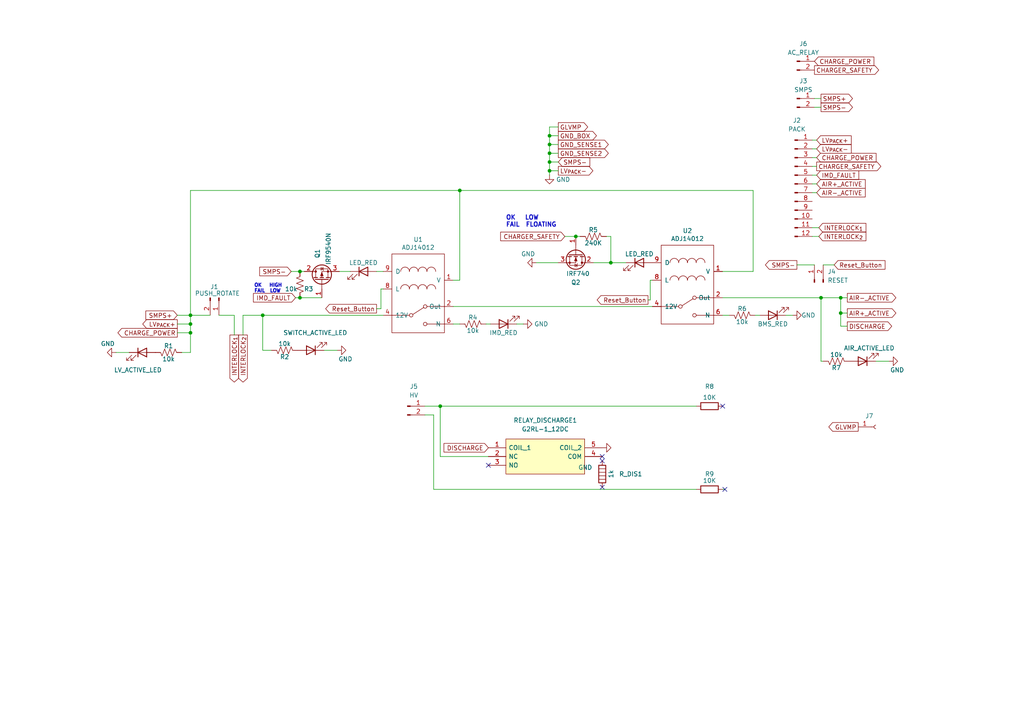
<source format=kicad_sch>
(kicad_sch (version 20211123) (generator eeschema)
  (paper "A4")
  (lib_symbols
    (symbol "11:Conn_01x01_Female" (pin_names (offset 1.016) hide)
      (property "Reference" "J" (at 0 2.54 0))
      (symbol "Conn_01x01_Female_1_1"
        (polyline (pts (xy -1.27 0) (xy -0.508 0)) (stroke (width 0.1524)))
        (arc (start 0 0.508) (mid -0.508 0) (end 0 -0.508) (stroke (width 0.1524)))
        (pin input line (at 0 0 180) (length 3.81) hide (name "") (number ""))
        (pin bidirectional line (at -5.08 0 0) (length 3.81) (name "Pin_1") (number "1"))
      )
    )
    (symbol "A-FA_PARTS:Conn_01x02_Male" (pin_names (offset 1.016) hide)
      (property "Reference" "J" (at 0 2.54 0))
      (property "Value" "Conn_01x02_Male" (at 0 -5.08 0))
      (symbol "Conn_01x02_Male_1_1"
        (polyline (pts (xy 1.27 -2.54) (xy 0.8636 -2.54)) (stroke (width 0.1524)))
        (polyline (pts (xy 1.27 0) (xy 0.8636 0)) (stroke (width 0.1524)))
        (rectangle (start 0.8636 -2.413) (end 0 -2.667) (stroke (width 0.1524)) (fill (type outline)))
        (rectangle (start 0.8636 0.127) (end 0 -0.127) (stroke (width 0.1524)) (fill (type outline)))
        (pin input line (at 0 -2.54 0) (length 3.81) hide (name "") (number ""))
        (pin input line (at 0 0 0) (length 3.81) hide (name "") (number ""))
        (pin passive line (at 5.08 0 180) (length 3.81) (name "Pin_1") (number "1"))
        (pin passive line (at 5.08 -2.54 180) (length 3.81) (name "Pin_2") (number "2"))
      )
    )
    (symbol "Connector:Conn_01x12_Male" (pin_names (offset 1.016) hide)
      (property "Reference" "J" (at 0 15.24 0))
      (property "Value" "Conn_01x12_Male" (at 0 -17.78 0))
      (symbol "Conn_01x12_Male_1_1"
        (polyline (pts (xy 1.27 -15.24) (xy 0.8636 -15.24)) (stroke (width 0.1524)))
        (polyline (pts (xy 1.27 -12.7) (xy 0.8636 -12.7)) (stroke (width 0.1524)))
        (polyline (pts (xy 1.27 -10.16) (xy 0.8636 -10.16)) (stroke (width 0.1524)))
        (polyline (pts (xy 1.27 -7.62) (xy 0.8636 -7.62)) (stroke (width 0.1524)))
        (polyline (pts (xy 1.27 -5.08) (xy 0.8636 -5.08)) (stroke (width 0.1524)))
        (polyline (pts (xy 1.27 -2.54) (xy 0.8636 -2.54)) (stroke (width 0.1524)))
        (polyline (pts (xy 1.27 0) (xy 0.8636 0)) (stroke (width 0.1524)))
        (polyline (pts (xy 1.27 2.54) (xy 0.8636 2.54)) (stroke (width 0.1524)))
        (polyline (pts (xy 1.27 5.08) (xy 0.8636 5.08)) (stroke (width 0.1524)))
        (polyline (pts (xy 1.27 7.62) (xy 0.8636 7.62)) (stroke (width 0.1524)))
        (polyline (pts (xy 1.27 10.16) (xy 0.8636 10.16)) (stroke (width 0.1524)))
        (polyline (pts (xy 1.27 12.7) (xy 0.8636 12.7)) (stroke (width 0.1524)))
        (rectangle (start 0.8636 -15.113) (end 0 -15.367) (stroke (width 0.1524)) (fill (type outline)))
        (rectangle (start 0.8636 -12.573) (end 0 -12.827) (stroke (width 0.1524)) (fill (type outline)))
        (rectangle (start 0.8636 -10.033) (end 0 -10.287) (stroke (width 0.1524)) (fill (type outline)))
        (rectangle (start 0.8636 -7.493) (end 0 -7.747) (stroke (width 0.1524)) (fill (type outline)))
        (rectangle (start 0.8636 -4.953) (end 0 -5.207) (stroke (width 0.1524)) (fill (type outline)))
        (rectangle (start 0.8636 -2.413) (end 0 -2.667) (stroke (width 0.1524)) (fill (type outline)))
        (rectangle (start 0.8636 0.127) (end 0 -0.127) (stroke (width 0.1524)) (fill (type outline)))
        (rectangle (start 0.8636 2.667) (end 0 2.413) (stroke (width 0.1524)) (fill (type outline)))
        (rectangle (start 0.8636 5.207) (end 0 4.953) (stroke (width 0.1524)) (fill (type outline)))
        (rectangle (start 0.8636 7.747) (end 0 7.493) (stroke (width 0.1524)) (fill (type outline)))
        (rectangle (start 0.8636 10.287) (end 0 10.033) (stroke (width 0.1524)) (fill (type outline)))
        (rectangle (start 0.8636 12.827) (end 0 12.573) (stroke (width 0.1524)) (fill (type outline)))
        (pin passive line (at 5.08 12.7 180) (length 3.81) (name "Pin_1") (number "1"))
        (pin passive line (at 5.08 -10.16 180) (length 3.81) (name "Pin_10") (number "10"))
        (pin passive line (at 5.08 -12.7 180) (length 3.81) (name "Pin_11") (number "11"))
        (pin passive line (at 5.08 -15.24 180) (length 3.81) (name "Pin_12") (number "12"))
        (pin passive line (at 5.08 10.16 180) (length 3.81) (name "Pin_2") (number "2"))
        (pin passive line (at 5.08 7.62 180) (length 3.81) (name "Pin_3") (number "3"))
        (pin passive line (at 5.08 5.08 180) (length 3.81) (name "Pin_4") (number "4"))
        (pin passive line (at 5.08 2.54 180) (length 3.81) (name "Pin_5") (number "5"))
        (pin passive line (at 5.08 0 180) (length 3.81) (name "Pin_6") (number "6"))
        (pin passive line (at 5.08 -2.54 180) (length 3.81) (name "Pin_7") (number "7"))
        (pin passive line (at 5.08 -5.08 180) (length 3.81) (name "Pin_8") (number "8"))
        (pin passive line (at 5.08 -7.62 180) (length 3.81) (name "Pin_9") (number "9"))
      )
    )
    (symbol "Device:Heater" (pin_numbers hide) (pin_names (offset 0))
      (property "Reference" "R" (at 2.032 0 90))
      (property "Value" "Heater" (at -2.032 0 90))
      (symbol "Heater_0_1"
        (rectangle (start -1.016 -2.54) (end 1.016 2.54) (stroke (width 0.254)))
        (polyline (pts (xy -1.016 1.524) (xy 1.016 1.524)))
        (polyline (pts (xy 1.016 -1.524) (xy -1.016 -1.524)))
        (polyline (pts (xy 1.016 -0.508) (xy -1.016 -0.508)))
        (polyline (pts (xy 1.016 0.508) (xy -1.016 0.508)))
      )
      (symbol "Heater_1_1"
        (pin passive line (at 0 3.81 270) (length 1.27) (name "~") (number "1"))
        (pin passive line (at 0 -3.81 90) (length 1.27) (name "~") (number "2"))
      )
    )
    (symbol "Device:LED" (pin_numbers hide) (pin_names (offset 1.016) hide)
      (property "Reference" "D" (at 0 2.54 0))
      (property "Value" "LED" (at 0 -2.54 0))
      (symbol "LED_0_1"
        (polyline (pts (xy -1.27 -1.27) (xy -1.27 1.27)) (stroke (width 0.254)))
        (polyline (pts (xy -1.27 0) (xy 1.27 0)))
        (polyline (pts (xy 1.27 -1.27) (xy 1.27 1.27) (xy -1.27 0) (xy 1.27 -1.27)) (stroke (width 0.254)))
        (polyline (pts (xy -3.048 -0.762) (xy -4.572 -2.286) (xy -3.81 -2.286) (xy -4.572 -2.286) (xy -4.572 -1.524)))
        (polyline (pts (xy -1.778 -0.762) (xy -3.302 -2.286) (xy -2.54 -2.286) (xy -3.302 -2.286) (xy -3.302 -1.524)))
      )
      (symbol "LED_1_1"
        (pin passive line (at -3.81 0 0) (length 2.54) (name "K") (number "1"))
        (pin passive line (at 3.81 0 180) (length 2.54) (name "A") (number "2"))
      )
    )
    (symbol "Device:R" (pin_numbers hide) (pin_names (offset 0))
      (property "Reference" "R" (at 2.032 0 90))
      (property "Value" "R" (at 0 0 90))
      (symbol "R_0_1"
        (rectangle (start -1.016 -2.54) (end 1.016 2.54) (stroke (width 0.254)))
      )
      (symbol "R_1_1"
        (pin passive line (at 0 3.81 270) (length 1.27) (name "~") (number "1"))
        (pin passive line (at 0 -3.81 90) (length 1.27) (name "~") (number "2"))
      )
    )
    (symbol "Device:R_US" (pin_numbers hide) (pin_names (offset 0))
      (property "Reference" "R" (at 2.54 0 90))
      (property "Value" "R_US" (at -2.54 0 90))
      (symbol "R_US_0_1"
        (polyline (pts (xy 0 -2.286) (xy 0 -2.54)))
        (polyline (pts (xy 0 2.286) (xy 0 2.54)))
        (polyline (pts (xy 0 -0.762) (xy 1.016 -1.143) (xy 0 -1.524) (xy -1.016 -1.905) (xy 0 -2.286)))
        (polyline (pts (xy 0 0.762) (xy 1.016 0.381) (xy 0 0) (xy -1.016 -0.381) (xy 0 -0.762)))
        (polyline (pts (xy 0 2.286) (xy 1.016 1.905) (xy 0 1.524) (xy -1.016 1.143) (xy 0 0.762)))
      )
      (symbol "R_US_1_1"
        (pin passive line (at 0 3.81 270) (length 1.27) (name "~") (number "1"))
        (pin passive line (at 0 -3.81 90) (length 1.27) (name "~") (number "2"))
      )
    )
    (symbol "G2RL-1_12DC:G2RL-1_12DC" (pin_names (offset 0.762))
      (property "Reference" "K" (at 29.21 7.62 0))
      (property "Value" "G2RL-1_12DC" (at 29.21 5.08 0))
      (symbol "G2RL-1_12DC_0_0"
        (pin passive line (at 0 0 0) (length 5.08) (name "COIL_1") (number "1"))
        (pin passive line (at 0 -2.54 0) (length 5.08) (name "NC") (number "2"))
        (pin passive line (at 0 -5.08 0) (length 5.08) (name "NO") (number "3"))
        (pin passive line (at 33.02 -2.54 180) (length 5.08) (name "COM") (number "4"))
        (pin passive line (at 33.02 0 180) (length 5.08) (name "COIL_2") (number "5"))
      )
      (symbol "G2RL-1_12DC_0_1"
        (polyline (pts (xy 5.08 2.54) (xy 27.94 2.54) (xy 27.94 -7.62) (xy 5.08 -7.62) (xy 5.08 2.54)) (stroke (width 0.1524)) (fill (type background)))
      )
    )
    (symbol "NewThing:ADJ14024" (pin_names (offset 1.016))
      (property "Reference" "U" (at -5.08 27.94 0))
      (property "Value" "NewThing_ADJ14024" (at 0 0 0))
      (symbol "ADJ14024_0_1"
        (rectangle (start -7.62 25.4) (end 7.62 2.54))
        (arc (start -2.54 20.32) (mid -3.81 21.59) (end -5.08 20.32))
        (polyline (pts (xy -7.62 7.62) (xy -7.62 7.62)))
        (polyline (pts (xy -2.54 7.62) (xy -7.62 7.62)))
        (polyline (pts (xy 2.54 5.08) (xy 7.62 5.08)))
        (polyline (pts (xy 2.54 10.16) (xy 7.62 10.16)))
        (arc (start 0 20.32) (mid -1.27 21.59) (end -2.54 20.32))
        (arc (start 2.54 20.32) (mid 1.27 21.59) (end 0 20.32))
        (arc (start 5.08 20.32) (mid 3.81 21.59) (end 2.54 20.32))
      )
      (symbol "ADJ14024_1_1"
        (arc (start -2.54 15.24) (mid -3.81 16.51) (end -5.08 15.24))
        (circle (center -2.032 7.62) (radius 0.508))
        (polyline (pts (xy -1.524 7.874) (xy 1.651 9.906)))
        (arc (start 0 15.24) (mid -1.27 16.51) (end -2.54 15.24))
        (circle (center 2.032 5.08) (radius 0.508))
        (circle (center 2.032 10.16) (radius 0.508))
        (arc (start 2.54 15.24) (mid 1.27 16.51) (end 0 15.24))
        (arc (start 5.08 15.24) (mid 3.81 16.51) (end 2.54 15.24))
        (pin input line (at 10.16 17.78 180) (length 2.54) (name "V") (number "1"))
        (pin input line (at 10.16 10.16 180) (length 2.54) (name "Out") (number "2"))
        (pin input line (at -10.16 7.62 0) (length 2.54) (name "12V") (number "4"))
        (pin input line (at 10.16 5.08 180) (length 2.54) (name "N") (number "6"))
        (pin input line (at -10.16 15.24 0) (length 2.54) (name "L") (number "8"))
        (pin input line (at -10.16 20.32 0) (length 2.54) (name "D") (number "9"))
      )
    )
    (symbol "Transistor_FET:IRF740" (pin_names hide)
      (property "Reference" "Q" (at 6.35 1.905 0))
      (property "Value" "IRF740" (at 6.35 0 0))
      (symbol "IRF740_0_1"
        (polyline (pts (xy 0.254 0) (xy -2.54 0)))
        (polyline (pts (xy 0.254 1.905) (xy 0.254 -1.905)) (stroke (width 0.254)))
        (polyline (pts (xy 0.762 -1.27) (xy 0.762 -2.286)) (stroke (width 0.254)))
        (polyline (pts (xy 0.762 0.508) (xy 0.762 -0.508)) (stroke (width 0.254)))
        (polyline (pts (xy 0.762 2.286) (xy 0.762 1.27)) (stroke (width 0.254)))
        (polyline (pts (xy 2.54 2.54) (xy 2.54 1.778)))
        (polyline (pts (xy 2.54 -2.54) (xy 2.54 0) (xy 0.762 0)))
        (polyline (pts (xy 0.762 -1.778) (xy 3.302 -1.778) (xy 3.302 1.778) (xy 0.762 1.778)))
        (polyline (pts (xy 1.016 0) (xy 2.032 0.381) (xy 2.032 -0.381) (xy 1.016 0)) (fill (type outline)))
        (polyline (pts (xy 2.794 0.508) (xy 2.921 0.381) (xy 3.683 0.381) (xy 3.81 0.254)))
        (polyline (pts (xy 3.302 0.381) (xy 2.921 -0.254) (xy 3.683 -0.254) (xy 3.302 0.381)))
        (circle (center 1.651 0) (radius 2.794) (stroke (width 0.254)))
        (circle (center 2.54 -1.778) (radius 0.254) (fill (type outline)))
        (circle (center 2.54 1.778) (radius 0.254) (fill (type outline)))
      )
      (symbol "IRF740_1_1"
        (pin input line (at -5.08 0 0) (length 2.54) (name "G") (number "1"))
        (pin passive line (at 2.54 5.08 270) (length 2.54) (name "D") (number "2"))
        (pin passive line (at 2.54 -5.08 90) (length 2.54) (name "S") (number "3"))
      )
    )
    (symbol "Transistor_FET:IRF9540N" (pin_names hide)
      (property "Reference" "Q" (at 5.08 1.905 0))
      (property "Value" "IRF9540N" (at 5.08 0 0))
      (symbol "IRF9540N_0_1"
        (polyline (pts (xy 0.254 0) (xy -2.54 0)))
        (polyline (pts (xy 0.254 1.905) (xy 0.254 -1.905)) (stroke (width 0.254)))
        (polyline (pts (xy 0.762 -1.27) (xy 0.762 -2.286)) (stroke (width 0.254)))
        (polyline (pts (xy 0.762 0.508) (xy 0.762 -0.508)) (stroke (width 0.254)))
        (polyline (pts (xy 0.762 2.286) (xy 0.762 1.27)) (stroke (width 0.254)))
        (polyline (pts (xy 2.54 2.54) (xy 2.54 1.778)))
        (polyline (pts (xy 2.54 -2.54) (xy 2.54 0) (xy 0.762 0)))
        (polyline (pts (xy 0.762 1.778) (xy 3.302 1.778) (xy 3.302 -1.778) (xy 0.762 -1.778)))
        (polyline (pts (xy 2.286 0) (xy 1.27 0.381) (xy 1.27 -0.381) (xy 2.286 0)) (fill (type outline)))
        (polyline (pts (xy 2.794 -0.508) (xy 2.921 -0.381) (xy 3.683 -0.381) (xy 3.81 -0.254)))
        (polyline (pts (xy 3.302 -0.381) (xy 2.921 0.254) (xy 3.683 0.254) (xy 3.302 -0.381)))
        (circle (center 1.651 0) (radius 2.794) (stroke (width 0.254)))
        (circle (center 2.54 -1.778) (radius 0.254) (fill (type outline)))
        (circle (center 2.54 1.778) (radius 0.254) (fill (type outline)))
      )
      (symbol "IRF9540N_1_1"
        (pin input line (at -5.08 0 0) (length 2.54) (name "G") (number "1"))
        (pin passive line (at 2.54 5.08 270) (length 2.54) (name "D") (number "2"))
        (pin passive line (at 2.54 -5.08 90) (length 2.54) (name "S") (number "3"))
      )
    )
    (symbol "power:GND" (power) (pin_names (offset 0))
      (property "Value" "GND" (at 0 -3.81 0))
      (symbol "GND_0_1"
        (polyline (pts (xy 0 0) (xy 0 -1.27) (xy 1.27 -1.27) (xy 0 -2.54) (xy -1.27 -1.27) (xy 0 -1.27)))
      )
      (symbol "GND_1_1"
        (pin power_in line (at 0 0 270) (length 0) hide (name "GND") (number "1"))
      )
    )
  )
  (junction (at 55.245 93.98))
  (junction (at 159.385 49.53))
  (junction (at 159.385 39.37))
  (junction (at 177.165 76.2))
  (junction (at 159.385 44.45))
  (junction (at 243.84 86.36))
  (junction (at 159.385 41.91))
  (junction (at 55.245 91.44))
  (junction (at 167.005 68.58))
  (junction (at 133.35 55.245))
  (junction (at 76.2 91.44))
  (junction (at 127.6858 117.8052))
  (junction (at 238.125 86.36))
  (junction (at 159.385 46.99))
  (junction (at 55.245 96.52))
  (junction (at 86.995 86.36))
  (junction (at 86.995 78.74))
  (junction (at 243.84 90.805))
  (no_connect (at 210.2358 141.9352))
  (no_connect (at 174.6758 141.3002))
  (no_connect (at 174.6758 133.6802))
  (no_connect (at 141.6558 134.9502))
  (no_connect (at 209.6008 117.8052))
  (no_connect (at 174.6758 132.4102))
  (wire (pts (xy 155.575 76.2) (xy 161.925 76.2)))
  (wire (pts (xy 76.2 91.44) (xy 111.125 91.44)))
  (wire (pts (xy 227.965 91.44) (xy 229.87 91.44)))
  (wire (pts (xy 101.6 78.74) (xy 98.425 78.74)))
  (wire (pts (xy 238.125 31.115) (xy 236.22 31.115)))
  (wire (pts (xy 189.23 81.28) (xy 188.595 81.28)))
  (wire (pts (xy 55.245 102.235) (xy 55.245 96.52)))
  (wire (pts (xy 243.84 90.805) (xy 243.84 86.36)))
  (wire (pts (xy 86.995 78.74) (xy 88.265 78.74)))
  (wire (pts (xy 161.925 44.45) (xy 159.385 44.45)))
  (wire (pts (xy 167.005 68.58) (xy 168.275 68.58)))
  (wire (pts (xy 209.55 86.36) (xy 238.125 86.36)))
  (wire (pts (xy 133.35 55.245) (xy 133.35 81.28)))
  (wire (pts (xy 127.6858 132.4102) (xy 141.6558 132.4102)))
  (wire (pts (xy 55.245 93.98) (xy 55.245 96.52)))
  (wire (pts (xy 63.5 91.44) (xy 67.945 91.44)))
  (wire (pts (xy 159.385 49.53) (xy 159.385 50.8)))
  (wire (pts (xy 86.995 78.74) (xy 84.455 78.74)))
  (wire (pts (xy 159.385 36.83) (xy 159.385 39.37)))
  (wire (pts (xy 111.125 78.74) (xy 109.22 78.74)))
  (wire (pts (xy 131.445 81.28) (xy 133.35 81.28)))
  (wire (pts (xy 123.2408 120.3452) (xy 125.7808 120.3452)))
  (wire (pts (xy 55.245 93.98) (xy 51.435 93.98)))
  (wire (pts (xy 238.125 28.575) (xy 236.22 28.575)))
  (wire (pts (xy 159.385 44.45) (xy 159.385 46.99)))
  (wire (pts (xy 236.855 40.64) (xy 235.585 40.64)))
  (wire (pts (xy 161.925 36.83) (xy 159.385 36.83)))
  (wire (pts (xy 127.6858 117.8052) (xy 127.6858 132.4102)))
  (wire (pts (xy 241.935 76.835) (xy 238.76 76.835)))
  (wire (pts (xy 159.385 49.53) (xy 161.925 49.53)))
  (wire (pts (xy 161.925 41.91) (xy 159.385 41.91)))
  (wire (pts (xy 236.855 43.18) (xy 235.585 43.18)))
  (wire (pts (xy 159.385 41.91) (xy 159.385 44.45)))
  (wire (pts (xy 51.435 91.44) (xy 55.245 91.44)))
  (wire (pts (xy 175.895 68.58) (xy 177.165 68.58)))
  (wire (pts (xy 55.245 91.44) (xy 55.245 93.98)))
  (wire (pts (xy 67.945 91.44) (xy 67.945 97.155)))
  (wire (pts (xy 70.485 91.44) (xy 70.485 97.155)))
  (wire (pts (xy 110.49 83.82) (xy 111.125 83.82)))
  (wire (pts (xy 159.385 46.99) (xy 159.385 49.53)))
  (wire (pts (xy 131.445 88.9) (xy 189.23 88.9)))
  (wire (pts (xy 238.125 104.775) (xy 238.76 104.775)))
  (wire (pts (xy 243.84 86.36) (xy 245.745 86.36)))
  (wire (pts (xy 238.125 86.36) (xy 238.125 104.775)))
  (wire (pts (xy 70.485 91.44) (xy 76.2 91.44)))
  (wire (pts (xy 33.655 102.235) (xy 37.465 102.235)))
  (wire (pts (xy 209.55 78.74) (xy 218.44 78.74)))
  (wire (pts (xy 245.745 90.805) (xy 243.84 90.805)))
  (wire (pts (xy 236.855 48.26) (xy 235.585 48.26)))
  (wire (pts (xy 236.855 45.72) (xy 235.585 45.72)))
  (wire (pts (xy 220.345 91.44) (xy 219.075 91.44)))
  (wire (pts (xy 76.2 101.6) (xy 76.2 91.44)))
  (wire (pts (xy 52.705 102.235) (xy 55.245 102.235)))
  (wire (pts (xy 55.245 96.52) (xy 51.435 96.52)))
  (wire (pts (xy 161.925 39.37) (xy 159.385 39.37)))
  (wire (pts (xy 86.995 86.36) (xy 85.725 86.36)))
  (wire (pts (xy 110.49 89.535) (xy 110.49 83.82)))
  (wire (pts (xy 237.49 68.58) (xy 235.585 68.58)))
  (wire (pts (xy 237.49 66.04) (xy 235.585 66.04)))
  (wire (pts (xy 133.35 93.98) (xy 131.445 93.98)))
  (wire (pts (xy 236.855 50.8) (xy 235.585 50.8)))
  (wire (pts (xy 78.74 101.6) (xy 76.2 101.6)))
  (wire (pts (xy 243.84 94.615) (xy 243.84 90.805)))
  (wire (pts (xy 125.7808 120.3452) (xy 125.7808 141.9352)))
  (wire (pts (xy 257.81 104.775) (xy 254 104.775)))
  (wire (pts (xy 218.44 78.74) (xy 218.44 55.245)))
  (wire (pts (xy 236.855 53.34) (xy 235.585 53.34)))
  (wire (pts (xy 163.83 68.58) (xy 167.005 68.58)))
  (wire (pts (xy 123.2408 117.8052) (xy 127.6858 117.8052)))
  (wire (pts (xy 159.385 46.99) (xy 161.925 46.99)))
  (wire (pts (xy 210.2358 141.9352) (xy 209.6008 141.9352)))
  (wire (pts (xy 97.79 101.6) (xy 93.98 101.6)))
  (wire (pts (xy 231.14 76.835) (xy 236.22 76.835)))
  (wire (pts (xy 236.855 55.88) (xy 235.585 55.88)))
  (wire (pts (xy 142.24 93.98) (xy 140.97 93.98)))
  (wire (pts (xy 188.595 81.28) (xy 188.595 86.995)))
  (wire (pts (xy 151.765 93.98) (xy 149.86 93.98)))
  (wire (pts (xy 127.6858 117.8052) (xy 201.9808 117.8052)))
  (wire (pts (xy 211.455 91.44) (xy 209.55 91.44)))
  (wire (pts (xy 177.165 76.2) (xy 181.61 76.2)))
  (wire (pts (xy 159.385 39.37) (xy 159.385 41.91)))
  (wire (pts (xy 109.22 89.535) (xy 110.49 89.535)))
  (wire (pts (xy 245.745 94.615) (xy 243.84 94.615)))
  (wire (pts (xy 238.125 86.36) (xy 243.84 86.36)))
  (wire (pts (xy 133.35 55.245) (xy 218.44 55.245)))
  (wire (pts (xy 125.7808 141.9352) (xy 201.9808 141.9352)))
  (wire (pts (xy 55.245 91.44) (xy 60.96 91.44)))
  (wire (pts (xy 86.995 86.36) (xy 93.345 86.36)))
  (wire (pts (xy 177.165 68.58) (xy 177.165 76.2)))
  (wire (pts (xy 172.085 76.2) (xy 177.165 76.2)))
  (wire (pts (xy 55.245 55.245) (xy 55.245 91.44)))
  (wire (pts (xy 187.96 86.995) (xy 188.595 86.995)))
  (wire (pts (xy 55.245 55.245) (xy 133.35 55.245)))
  (text "OK   LOW\nFAIL  FLOATING" (at 146.685 66.04 0) (effects (font (size 1.27 1.27) (thickness 0.254) bold) (justify left bottom)))
  (text "OK   HIGH\nFAIL  LOW" (at 73.66 85.09 0) (effects (font (size 1 1) (thickness 0.254) bold) (justify left bottom)))
  (global_label "SMPS-" (shape output) (at 231.14 76.835 180) (property "Intersheet References" "${INTERSHEET_REFS}" (effects hide)))
  (global_label "LV_{PACK}+" (shape input) (at 236.855 40.64 0) (property "Intersheet References" "${INTERSHEET_REFS}" (effects hide)))
  (global_label "GLVMP" (shape output) (at 248.92 123.825 180) (property "Intersheet References" "${INTERSHEET_REFS}" (effects hide)))
  (global_label "LV_{PACK}-" (shape output) (at 161.925 49.53 0) (property "Intersheet References" "${INTERSHEET_REFS}" (effects hide)))
  (global_label "INTERLOCK_{2}" (shape output) (at 70.485 97.155 270) (property "Intersheet References" "${INTERSHEET_REFS}" (effects hide)))
  (global_label "INTERLOCK_{1}" (shape output) (at 67.945 97.155 270) (property "Intersheet References" "${INTERSHEET_REFS}" (effects hide)))
  (global_label "GLVMP" (shape output) (at 161.925 36.83 0) (property "Intersheet References" "${INTERSHEET_REFS}" (effects hide)))
  (global_label "CHARGER_SAFETY" (shape output) (at 236.22 20.32 0) (property "Intersheet References" "${INTERSHEET_REFS}" (effects hide)))
  (global_label "SMPS+" (shape output) (at 238.125 28.575 0) (property "Intersheet References" "${INTERSHEET_REFS}" (effects hide)))
  (global_label "LV_{PACK}-" (shape input) (at 236.855 43.18 0) (property "Intersheet References" "${INTERSHEET_REFS}" (effects hide)))
  (global_label "LV_{PACK}+" (shape output) (at 51.435 93.98 180) (property "Intersheet References" "${INTERSHEET_REFS}" (effects hide)))
  (global_label "AIR+_ACTIVE" (shape input) (at 236.855 53.34 0) (property "Intersheet References" "${INTERSHEET_REFS}" (effects hide)))
  (global_label "CHARGE_POWER" (shape input) (at 236.22 17.78 0) (property "Intersheet References" "${INTERSHEET_REFS}" (effects hide)))
  (global_label "CHARGE_POWER" (shape input) (at 236.855 45.72 0) (property "Intersheet References" "${INTERSHEET_REFS}" (effects hide)))
  (global_label "SMPS-" (shape input) (at 161.925 46.99 0) (property "Intersheet References" "${INTERSHEET_REFS}" (effects hide)))
  (global_label "IMD_FAULT" (shape input) (at 85.725 86.36 180) (property "Intersheet References" "${INTERSHEET_REFS}" (effects hide)))
  (global_label "CHARGER_SAFETY" (shape input) (at 163.83 68.58 180) (property "Intersheet References" "${INTERSHEET_REFS}" (effects hide)))
  (global_label "CHARGER_SAFETY" (shape output) (at 236.855 48.26 0) (property "Intersheet References" "${INTERSHEET_REFS}" (effects hide)))
  (global_label "DISCHARGE" (shape output) (at 245.745 94.615 0) (property "Intersheet References" "${INTERSHEET_REFS}" (effects hide)))
  (global_label "Reset_Button" (shape output) (at 187.96 86.995 180) (property "Intersheet References" "${INTERSHEET_REFS}" (effects hide)))
  (global_label "GND_SENSE2" (shape output) (at 161.925 44.45 0) (property "Intersheet References" "${INTERSHEET_REFS}" (effects hide)))
  (global_label "CHARGE_POWER" (shape output) (at 51.435 96.52 180) (property "Intersheet References" "${INTERSHEET_REFS}" (effects hide)))
  (global_label "SMPS+" (shape input) (at 51.435 91.44 180) (property "Intersheet References" "${INTERSHEET_REFS}" (effects hide)))
  (global_label "GND_BOX" (shape output) (at 161.925 39.37 0) (property "Intersheet References" "${INTERSHEET_REFS}" (effects hide)))
  (global_label "Reset_Button" (shape input) (at 241.935 76.835 0) (property "Intersheet References" "${INTERSHEET_REFS}" (effects hide)))
  (global_label "GND_SENSE1" (shape output) (at 161.925 41.91 0) (property "Intersheet References" "${INTERSHEET_REFS}" (effects hide)))
  (global_label "AIR-_ACTIVE" (shape output) (at 245.745 86.36 0) (property "Intersheet References" "${INTERSHEET_REFS}" (effects hide)))
  (global_label "Reset_Button" (shape output) (at 109.22 89.535 180) (property "Intersheet References" "${INTERSHEET_REFS}" (effects hide)))
  (global_label "INTERLOCK_{2}" (shape input) (at 237.49 68.58 0) (property "Intersheet References" "${INTERSHEET_REFS}" (effects hide)))
  (global_label "DISCHARGE" (shape input) (at 141.6558 129.8702 180) (property "Intersheet References" "${INTERSHEET_REFS}" (effects hide)))
  (global_label "AIR-_ACTIVE" (shape input) (at 236.855 55.88 0) (property "Intersheet References" "${INTERSHEET_REFS}" (effects hide)))
  (global_label "AIR+_ACTIVE" (shape output) (at 245.745 90.805 0) (property "Intersheet References" "${INTERSHEET_REFS}" (effects hide)))
  (global_label "INTERLOCK_{1}" (shape input) (at 237.49 66.04 0) (property "Intersheet References" "${INTERSHEET_REFS}" (effects hide)))
  (global_label "IMD_FAULT" (shape input) (at 236.855 50.8 0) (property "Intersheet References" "${INTERSHEET_REFS}" (effects hide)))
  (global_label "SMPS-" (shape input) (at 84.455 78.74 180) (property "Intersheet References" "${INTERSHEET_REFS}" (effects hide)))
  (global_label "SMPS-" (shape output) (at 238.125 31.115 0) (property "Intersheet References" "${INTERSHEET_REFS}" (effects hide)))
  (symbol (lib_id "A-FA_PARTS:Conn_01x02_Male") (at 231.14 28.575 0) (unit 1)
    (property "Reference" "J3" (at 233.0069 23.495 0))
    (property "Value" "SMPS" (at 233.0069 26.035 0))
    (property "Footprint" "Connector_PinHeader_2.54mm:PinHeader_1x02_P2.54mm_Vertical" (effects hide))
  )
  (symbol (lib_id "A-FA_PARTS:Conn_01x02_Male") (at 231.14 17.78 0) (unit 1)
    (property "Reference" "J6" (at 233.0069 12.7 0))
    (property "Value" "AC_RELAY" (at 233.0069 15.24 0))
    (property "Footprint" "Connector_PinHeader_2.54mm:PinHeader_1x02_P2.54mm_Vertical" (effects hide))
  )
  (symbol (lib_id "A-FA_PARTS:Conn_01x02_Male") (at 118.1608 117.8052 0) (unit 1)
    (property "Reference" "J5" (at 120.0277 112.0902 0))
    (property "Value" "HV" (at 120.0277 114.6302 0))
    (property "Footprint" "Connector_PinHeader_2.54mm:PinHeader_1x02_P2.54mm_Vertical" (effects hide))
  )
  (symbol (lib_id "11:Conn_01x01_Female") (at 254 123.825 0) (unit 1)
    (property "Reference" "J7" (at 252.1331 120.65 0))
    (property "Value" "Conn_01x01_Female" (effects hide))
    (property "Footprint" "Connector:Banana_Jack_1Pin" (effects hide))
  )
  (symbol (lib_id "Transistor_FET:IRF9540N") (at 93.345 81.28 90) (unit 1)
    (property "Reference" "Q1" (at 92.0749 74.93 0) (effects (justify left)))
    (property "Value" "IRF9540N" (at 95.25 76.835 0) (effects (justify left)))
    (property "Footprint" "Package_TO_SOT_THT:TO-220-3_Vertical" (effects hide))
    (property "Datasheet" "http://www.irf.com/product-info/datasheets/data/irf9540n.pdf" (effects hide))
  )
  (symbol (lib_id "A-FA_PARTS:Conn_01x02_Male") (at 236.22 81.915 90) (unit 1)
    (property "Reference" "J4" (at 240.03 78.778 90) (effects (justify right)))
    (property "Value" "RESET" (at 240.03 81.318 90) (effects (justify right)))
    (property "Footprint" "Connector_PinHeader_2.54mm:PinHeader_1x02_P2.54mm_Vertical" (effects hide))
  )
  (symbol (lib_id "power:GND") (at 97.79 101.6 90) (unit 1)
    (property "Reference" "#PWR02" (effects hide))
    (property "Value" "GND" (at 102.235 104.14 90) (effects (justify left)))
  )
  (symbol (lib_id "Device:R_US") (at 86.995 82.55 0) (mirror y) (unit 1)
    (property "Reference" "R3" (at 89.535 83.82 0))
    (property "Value" "10k" (at 84.455 83.82 0))
    (property "Footprint" "Resistor_THT:R_Axial_DIN0204_L3.6mm_D1.6mm_P7.62mm_Horizontal" (effects hide))
  )
  (symbol (lib_id "power:GND") (at 229.87 91.44 90) (unit 1)
    (property "Reference" "#PWR06" (effects hide))
    (property "Value" "GND" (at 232.41 91.44 90) (effects (justify right)))
  )
  (symbol (lib_id "Device:R_US") (at 215.265 91.44 90) (mirror x) (unit 1)
    (property "Reference" "R6" (at 215.265 89.535 90))
    (property "Value" "10k" (at 215.265 93.345 90))
    (property "Footprint" "Resistor_THT:R_Axial_DIN0204_L3.6mm_D1.6mm_P7.62mm_Horizontal" (effects hide))
  )
  (symbol (lib_id "power:GND") (at 33.655 102.235 270) (unit 1)
    (property "Reference" "#PWR01" (effects hide))
    (property "Value" "GND" (at 29.21 99.695 90) (effects (justify left)))
  )
  (symbol (lib_id "power:GND") (at 174.6758 129.8702 90) (unit 1)
    (property "Reference" "#PWR0101" (effects hide))
    (property "Value" "GND" (at 167.6908 135.5851 90) (effects (justify right)))
  )
  (symbol (lib_id "power:GND") (at 155.575 76.2 270) (unit 1)
    (property "Reference" "#PWR04" (effects hide))
    (property "Value" "GND" (at 151.13 73.66 90) (effects (justify left)))
  )
  (symbol (lib_id "power:GND") (at 151.765 93.98 90) (unit 1)
    (property "Reference" "#PWR03" (effects hide))
    (property "Value" "GND" (at 154.94 93.98 90) (effects (justify right)))
  )
  (symbol (lib_id "Device:R_US") (at 172.085 68.58 90) (mirror x) (unit 1)
    (property "Reference" "R5" (at 172.085 66.675 90))
    (property "Value" "240K" (at 172.085 70.485 90))
    (property "Footprint" "Resistor_THT:R_Axial_DIN0204_L3.6mm_D1.6mm_P7.62mm_Horizontal" (effects hide))
  )
  (symbol (lib_id "Device:R_US") (at 82.55 101.6 270) (mirror x) (unit 1)
    (property "Reference" "R2" (at 82.55 103.505 90))
    (property "Value" "10k" (at 82.55 99.695 90))
    (property "Footprint" "Resistor_THT:R_Axial_DIN0204_L3.6mm_D1.6mm_P7.62mm_Horizontal" (effects hide))
  )
  (symbol (lib_id "Device:Heater") (at 174.6758 137.4902 180) (unit 1)
    (property "Reference" "R_DIS1" (at 182.9308 137.4902 0))
    (property "Value" "1k" (at 177.2158 137.4902 90))
    (property "Footprint" "footprint:HSC100" (effects hide))
  )
  (symbol (lib_id "Device:R") (at 205.7908 141.9352 90) (unit 1)
    (property "Reference" "R9" (at 205.7908 137.4902 90))
    (property "Value" "10K" (at 205.7908 139.3952 90))
    (property "Footprint" "Resistor_THT:R_Axial_DIN0922_L20.0mm_D9.0mm_P30.48mm_Horizontal" (effects hide))
  )
  (symbol (lib_id "Device:LED") (at 224.155 91.44 180) (unit 1)
    (property "Reference" "D6" (effects hide))
    (property "Value" "BMS_RED" (at 224.155 93.98 0))
    (property "Footprint" "LED_THT:LED_D5.0mm" (effects hide))
  )
  (symbol (lib_id "Device:LED") (at 105.41 78.74 0) (unit 1)
    (property "Reference" "D3" (effects hide))
    (property "Value" "LED_RED" (at 105.41 76.2 0))
    (property "Footprint" "LED_THT:LED_D5.0mm" (effects hide))
  )
  (symbol (lib_id "NewThing:ADJ14024") (at 121.285 99.06 0) (unit 1)
    (property "Reference" "U1" (at 121.285 69.469 0))
    (property "Value" "ADJ14012" (at 121.285 71.7804 0))
    (property "Footprint" "footprints:ADJ14024" (effects hide))
  )
  (symbol (lib_id "Device:LED") (at 250.19 104.775 180) (unit 1)
    (property "Reference" "D7" (effects hide))
    (property "Value" "AIR_ACTIVE_LED" (at 252.095 100.965 0))
    (property "Footprint" "LED_THT:LED_D5.0mm" (effects hide))
  )
  (symbol (lib_id "A-FA_PARTS:Conn_01x02_Male") (at 63.5 86.36 270) (unit 1)
    (property "Reference" "J1" (at 60.96 83.185 90) (effects (justify left)))
    (property "Value" "PUSH_ROTATE" (at 56.515 85.09 90) (effects (justify left)))
    (property "Footprint" "Connector_PinHeader_2.54mm:PinHeader_1x02_P2.54mm_Vertical" (effects hide))
  )
  (symbol (lib_id "Device:R_US") (at 48.895 102.235 90) (mirror x) (unit 1)
    (property "Reference" "R1" (at 48.895 100.33 90))
    (property "Value" "10k" (at 48.895 104.14 90))
    (property "Footprint" "Resistor_THT:R_Axial_DIN0204_L3.6mm_D1.6mm_P7.62mm_Horizontal" (effects hide))
  )
  (symbol (lib_id "NewThing:ADJ14024") (at 199.39 96.52 0) (unit 1)
    (property "Reference" "U2" (at 199.39 66.929 0))
    (property "Value" "ADJ14012" (at 199.39 69.2404 0))
    (property "Footprint" "footprints:ADJ14024" (effects hide))
  )
  (symbol (lib_id "Device:R_US") (at 242.57 104.775 270) (mirror x) (unit 1)
    (property "Reference" "R7" (at 242.57 106.68 90))
    (property "Value" "10k" (at 242.57 102.87 90))
    (property "Footprint" "Resistor_THT:R_Axial_DIN0204_L3.6mm_D1.6mm_P7.62mm_Horizontal" (effects hide))
  )
  (symbol (lib_id "Device:LED") (at 146.05 93.98 180) (unit 1)
    (property "Reference" "D4" (effects hide))
    (property "Value" "IMD_RED" (at 146.05 96.52 0))
    (property "Footprint" "LED_THT:LED_D5.0mm" (effects hide))
  )
  (symbol (lib_id "power:GND") (at 257.81 104.775 90) (unit 1)
    (property "Reference" "#PWR07" (effects hide))
    (property "Value" "GND" (at 262.255 107.315 90) (effects (justify left)))
  )
  (symbol (lib_id "Device:LED") (at 90.17 101.6 180) (unit 1)
    (property "Reference" "D2" (effects hide))
    (property "Value" "SWITCH_ACTIVE_LED" (at 91.44 96.52 0))
    (property "Footprint" "LED_THT:LED_D5.0mm" (effects hide))
  )
  (symbol (lib_id "Transistor_FET:IRF740") (at 167.005 73.66 270) (unit 1)
    (property "Reference" "Q2" (at 167.005 81.915 90))
    (property "Value" "IRF740" (at 167.64 79.375 90))
    (property "Footprint" "Package_TO_SOT_THT:TO-220-3_Vertical" (effects hide))
    (property "Datasheet" "http://www.vishay.com/docs/91054/91054.pdf" (effects hide))
  )
  (symbol (lib_id "Connector:Conn_01x12_Male") (at 230.505 53.34 0) (unit 1)
    (property "Reference" "J2" (at 231.14 34.925 0))
    (property "Value" "PACK" (at 231.14 37.465 0))
    (property "Footprint" "Connector_PinHeader_2.54mm:PinHeader_1x12_P2.54mm_Vertical" (effects hide))
  )
  (symbol (lib_id "G2RL-1_12DC:G2RL-1_12DC") (at 141.6558 129.8702 0) (unit 1)
    (property "Reference" "RELAY_DISCHARGE1" (at 158.1658 121.92 0))
    (property "Value" "G2RL-1_12DC" (at 158.1658 124.46 0))
    (property "Footprint" "footprint:G2RL112DC" (effects hide))
    (property "Datasheet" "http://uk.rs-online.com/web/p/products/3650490P" (effects hide))
    (property "Description" "General Purpose Relay, G2RL Series, Power, Non Latching, SPDT, 12 VDC, 12 A RoHS Compliant: Yes" (effects hide))
    (property "Height" "15.7" (effects hide))
    (property "Manufacturer_Name" "Omron Electronics" (effects hide))
    (property "Manufacturer_Part_Number" "G2RL-1 12DC" (effects hide))
  )
  (symbol (lib_id "Device:R_US") (at 137.16 93.98 90) (mirror x) (unit 1)
    (property "Reference" "R4" (at 137.16 92.075 90))
    (property "Value" "10k" (at 137.16 95.885 90))
    (property "Footprint" "Resistor_THT:R_Axial_DIN0204_L3.6mm_D1.6mm_P7.62mm_Horizontal" (effects hide))
  )
  (symbol (lib_id "Device:LED") (at 41.275 102.235 0) (unit 1)
    (property "Reference" "D1" (effects hide))
    (property "Value" "LV_ACTIVE_LED" (at 40.005 107.315 0))
    (property "Footprint" "LED_THT:LED_D5.0mm" (effects hide))
  )
  (symbol (lib_id "Device:R") (at 205.7908 117.8052 90) (unit 1)
    (property "Reference" "R8" (at 205.7908 112.0902 90))
    (property "Value" "10K" (at 205.7908 115.2652 90))
    (property "Footprint" "Resistor_THT:R_Axial_DIN0922_L20.0mm_D9.0mm_P30.48mm_Horizontal" (effects hide))
  )
  (symbol (lib_id "power:GND") (at 159.385 50.8 0) (unit 1)
    (property "Reference" "#PWR05" (effects hide))
    (property "Value" "GND" (at 161.29 52.0699 0) (effects (justify left)))
  )
  (symbol (lib_id "Device:LED") (at 185.42 76.2 0) (unit 1)
    (property "Reference" "D5" (effects hide))
    (property "Value" "LED_RED" (at 185.42 73.66 0))
    (property "Footprint" "LED_THT:LED_D5.0mm" (effects hide))
  )
)
</source>
